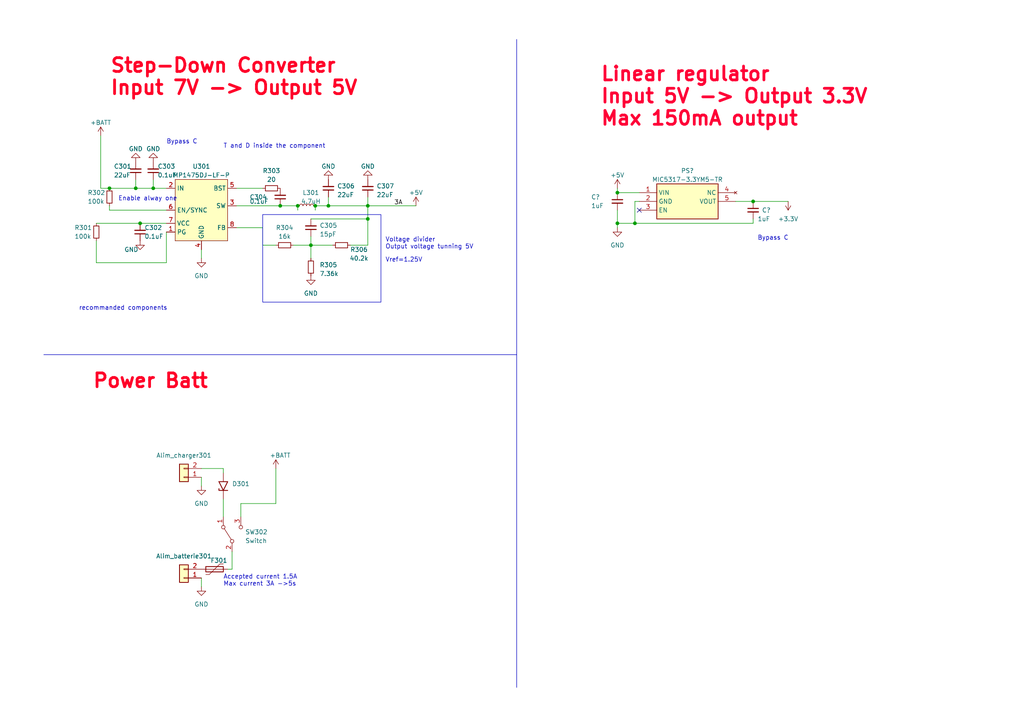
<source format=kicad_sch>
(kicad_sch (version 20230121) (generator eeschema)

  (uuid 79237d88-dc32-4501-8de9-db8429ff0930)

  (paper "A4")

  (title_block
    (title "Carte éléctronique Ludzinator")
    (date "2023-09-19")
    (rev "GILLES Baptiste")
  )

  (lib_symbols
    (symbol "Connector_Generic:Conn_01x02" (pin_names (offset 1.016) hide) (in_bom yes) (on_board yes)
      (property "Reference" "J" (at 0 2.54 0)
        (effects (font (size 1.27 1.27)))
      )
      (property "Value" "Conn_01x02" (at 0 -5.08 0)
        (effects (font (size 1.27 1.27)))
      )
      (property "Footprint" "" (at 0 0 0)
        (effects (font (size 1.27 1.27)) hide)
      )
      (property "Datasheet" "~" (at 0 0 0)
        (effects (font (size 1.27 1.27)) hide)
      )
      (property "ki_keywords" "connector" (at 0 0 0)
        (effects (font (size 1.27 1.27)) hide)
      )
      (property "ki_description" "Generic connector, single row, 01x02, script generated (kicad-library-utils/schlib/autogen/connector/)" (at 0 0 0)
        (effects (font (size 1.27 1.27)) hide)
      )
      (property "ki_fp_filters" "Connector*:*_1x??_*" (at 0 0 0)
        (effects (font (size 1.27 1.27)) hide)
      )
      (symbol "Conn_01x02_1_1"
        (rectangle (start -1.27 -2.413) (end 0 -2.667)
          (stroke (width 0.1524) (type default))
          (fill (type none))
        )
        (rectangle (start -1.27 0.127) (end 0 -0.127)
          (stroke (width 0.1524) (type default))
          (fill (type none))
        )
        (rectangle (start -1.27 1.27) (end 1.27 -3.81)
          (stroke (width 0.254) (type default))
          (fill (type background))
        )
        (pin passive line (at -5.08 0 0) (length 3.81)
          (name "Pin_1" (effects (font (size 1.27 1.27))))
          (number "1" (effects (font (size 1.27 1.27))))
        )
        (pin passive line (at -5.08 -2.54 0) (length 3.81)
          (name "Pin_2" (effects (font (size 1.27 1.27))))
          (number "2" (effects (font (size 1.27 1.27))))
        )
      )
    )
    (symbol "Device:C_Small" (pin_numbers hide) (pin_names (offset 0.254) hide) (in_bom yes) (on_board yes)
      (property "Reference" "C" (at 0.254 1.778 0)
        (effects (font (size 1.27 1.27)) (justify left))
      )
      (property "Value" "C_Small" (at 0.254 -2.032 0)
        (effects (font (size 1.27 1.27)) (justify left))
      )
      (property "Footprint" "" (at 0 0 0)
        (effects (font (size 1.27 1.27)) hide)
      )
      (property "Datasheet" "~" (at 0 0 0)
        (effects (font (size 1.27 1.27)) hide)
      )
      (property "ki_keywords" "capacitor cap" (at 0 0 0)
        (effects (font (size 1.27 1.27)) hide)
      )
      (property "ki_description" "Unpolarized capacitor, small symbol" (at 0 0 0)
        (effects (font (size 1.27 1.27)) hide)
      )
      (property "ki_fp_filters" "C_*" (at 0 0 0)
        (effects (font (size 1.27 1.27)) hide)
      )
      (symbol "C_Small_0_1"
        (polyline
          (pts
            (xy -1.524 -0.508)
            (xy 1.524 -0.508)
          )
          (stroke (width 0.3302) (type default))
          (fill (type none))
        )
        (polyline
          (pts
            (xy -1.524 0.508)
            (xy 1.524 0.508)
          )
          (stroke (width 0.3048) (type default))
          (fill (type none))
        )
      )
      (symbol "C_Small_1_1"
        (pin passive line (at 0 2.54 270) (length 2.032)
          (name "~" (effects (font (size 1.27 1.27))))
          (number "1" (effects (font (size 1.27 1.27))))
        )
        (pin passive line (at 0 -2.54 90) (length 2.032)
          (name "~" (effects (font (size 1.27 1.27))))
          (number "2" (effects (font (size 1.27 1.27))))
        )
      )
    )
    (symbol "Device:L_Small" (pin_numbers hide) (pin_names (offset 0.254) hide) (in_bom yes) (on_board yes)
      (property "Reference" "L" (at 0.762 1.016 0)
        (effects (font (size 1.27 1.27)) (justify left))
      )
      (property "Value" "L_Small" (at 0.762 -1.016 0)
        (effects (font (size 1.27 1.27)) (justify left))
      )
      (property "Footprint" "" (at 0 0 0)
        (effects (font (size 1.27 1.27)) hide)
      )
      (property "Datasheet" "~" (at 0 0 0)
        (effects (font (size 1.27 1.27)) hide)
      )
      (property "ki_keywords" "inductor choke coil reactor magnetic" (at 0 0 0)
        (effects (font (size 1.27 1.27)) hide)
      )
      (property "ki_description" "Inductor, small symbol" (at 0 0 0)
        (effects (font (size 1.27 1.27)) hide)
      )
      (property "ki_fp_filters" "Choke_* *Coil* Inductor_* L_*" (at 0 0 0)
        (effects (font (size 1.27 1.27)) hide)
      )
      (symbol "L_Small_0_1"
        (arc (start 0 -2.032) (mid 0.5058 -1.524) (end 0 -1.016)
          (stroke (width 0) (type default))
          (fill (type none))
        )
        (arc (start 0 -1.016) (mid 0.5058 -0.508) (end 0 0)
          (stroke (width 0) (type default))
          (fill (type none))
        )
        (arc (start 0 0) (mid 0.5058 0.508) (end 0 1.016)
          (stroke (width 0) (type default))
          (fill (type none))
        )
        (arc (start 0 1.016) (mid 0.5058 1.524) (end 0 2.032)
          (stroke (width 0) (type default))
          (fill (type none))
        )
      )
      (symbol "L_Small_1_1"
        (pin passive line (at 0 2.54 270) (length 0.508)
          (name "~" (effects (font (size 1.27 1.27))))
          (number "1" (effects (font (size 1.27 1.27))))
        )
        (pin passive line (at 0 -2.54 90) (length 0.508)
          (name "~" (effects (font (size 1.27 1.27))))
          (number "2" (effects (font (size 1.27 1.27))))
        )
      )
    )
    (symbol "Device:Polyfuse" (pin_numbers hide) (pin_names (offset 0)) (in_bom yes) (on_board yes)
      (property "Reference" "F" (at -2.54 0 90)
        (effects (font (size 1.27 1.27)))
      )
      (property "Value" "Polyfuse" (at 2.54 0 90)
        (effects (font (size 1.27 1.27)))
      )
      (property "Footprint" "" (at 1.27 -5.08 0)
        (effects (font (size 1.27 1.27)) (justify left) hide)
      )
      (property "Datasheet" "~" (at 0 0 0)
        (effects (font (size 1.27 1.27)) hide)
      )
      (property "ki_keywords" "resettable fuse PTC PPTC polyfuse polyswitch" (at 0 0 0)
        (effects (font (size 1.27 1.27)) hide)
      )
      (property "ki_description" "Resettable fuse, polymeric positive temperature coefficient" (at 0 0 0)
        (effects (font (size 1.27 1.27)) hide)
      )
      (property "ki_fp_filters" "*polyfuse* *PTC*" (at 0 0 0)
        (effects (font (size 1.27 1.27)) hide)
      )
      (symbol "Polyfuse_0_1"
        (rectangle (start -0.762 2.54) (end 0.762 -2.54)
          (stroke (width 0.254) (type default))
          (fill (type none))
        )
        (polyline
          (pts
            (xy 0 2.54)
            (xy 0 -2.54)
          )
          (stroke (width 0) (type default))
          (fill (type none))
        )
        (polyline
          (pts
            (xy -1.524 2.54)
            (xy -1.524 1.524)
            (xy 1.524 -1.524)
            (xy 1.524 -2.54)
          )
          (stroke (width 0) (type default))
          (fill (type none))
        )
      )
      (symbol "Polyfuse_1_1"
        (pin passive line (at 0 3.81 270) (length 1.27)
          (name "~" (effects (font (size 1.27 1.27))))
          (number "1" (effects (font (size 1.27 1.27))))
        )
        (pin passive line (at 0 -3.81 90) (length 1.27)
          (name "~" (effects (font (size 1.27 1.27))))
          (number "2" (effects (font (size 1.27 1.27))))
        )
      )
    )
    (symbol "Device:R_Small" (pin_numbers hide) (pin_names (offset 0.254) hide) (in_bom yes) (on_board yes)
      (property "Reference" "R" (at 0.762 0.508 0)
        (effects (font (size 1.27 1.27)) (justify left))
      )
      (property "Value" "R_Small" (at 0.762 -1.016 0)
        (effects (font (size 1.27 1.27)) (justify left))
      )
      (property "Footprint" "" (at 0 0 0)
        (effects (font (size 1.27 1.27)) hide)
      )
      (property "Datasheet" "~" (at 0 0 0)
        (effects (font (size 1.27 1.27)) hide)
      )
      (property "ki_keywords" "R resistor" (at 0 0 0)
        (effects (font (size 1.27 1.27)) hide)
      )
      (property "ki_description" "Resistor, small symbol" (at 0 0 0)
        (effects (font (size 1.27 1.27)) hide)
      )
      (property "ki_fp_filters" "R_*" (at 0 0 0)
        (effects (font (size 1.27 1.27)) hide)
      )
      (symbol "R_Small_0_1"
        (rectangle (start -0.762 1.778) (end 0.762 -1.778)
          (stroke (width 0.2032) (type default))
          (fill (type none))
        )
      )
      (symbol "R_Small_1_1"
        (pin passive line (at 0 2.54 270) (length 0.762)
          (name "~" (effects (font (size 1.27 1.27))))
          (number "1" (effects (font (size 1.27 1.27))))
        )
        (pin passive line (at 0 -2.54 90) (length 0.762)
          (name "~" (effects (font (size 1.27 1.27))))
          (number "2" (effects (font (size 1.27 1.27))))
        )
      )
    )
    (symbol "Diode:1.5KExxA" (pin_numbers hide) (pin_names (offset 1.016) hide) (in_bom yes) (on_board yes)
      (property "Reference" "D" (at 0 2.54 0)
        (effects (font (size 1.27 1.27)))
      )
      (property "Value" "1.5KExxA" (at 0 -2.54 0)
        (effects (font (size 1.27 1.27)))
      )
      (property "Footprint" "Diode_THT:D_DO-201AE_P15.24mm_Horizontal" (at 0 -5.08 0)
        (effects (font (size 1.27 1.27)) hide)
      )
      (property "Datasheet" "https://www.vishay.com/docs/88301/15ke.pdf" (at -1.27 0 0)
        (effects (font (size 1.27 1.27)) hide)
      )
      (property "ki_keywords" "diode TVS voltage suppressor" (at 0 0 0)
        (effects (font (size 1.27 1.27)) hide)
      )
      (property "ki_description" "1500W unidirectional TRANSZORB® Transient Voltage Suppressor, DO-201AE" (at 0 0 0)
        (effects (font (size 1.27 1.27)) hide)
      )
      (property "ki_fp_filters" "D?DO?201AE*" (at 0 0 0)
        (effects (font (size 1.27 1.27)) hide)
      )
      (symbol "1.5KExxA_0_1"
        (polyline
          (pts
            (xy -0.762 1.27)
            (xy -1.27 1.27)
            (xy -1.27 -1.27)
          )
          (stroke (width 0.254) (type default))
          (fill (type none))
        )
        (polyline
          (pts
            (xy 1.27 1.27)
            (xy 1.27 -1.27)
            (xy -1.27 0)
            (xy 1.27 1.27)
          )
          (stroke (width 0.254) (type default))
          (fill (type none))
        )
      )
      (symbol "1.5KExxA_1_1"
        (pin passive line (at -3.81 0 0) (length 2.54)
          (name "A1" (effects (font (size 1.27 1.27))))
          (number "1" (effects (font (size 1.27 1.27))))
        )
        (pin passive line (at 3.81 0 180) (length 2.54)
          (name "A2" (effects (font (size 1.27 1.27))))
          (number "2" (effects (font (size 1.27 1.27))))
        )
      )
    )
    (symbol "Ludzlib:MIC5317-3.3YM5-TR" (in_bom yes) (on_board yes)
      (property "Reference" "PS" (at 24.13 7.62 0)
        (effects (font (size 1.27 1.27)) (justify left top))
      )
      (property "Value" "MIC5317-3.3YM5-TR" (at 24.13 5.08 0)
        (effects (font (size 1.27 1.27)) (justify left top))
      )
      (property "Footprint" "SOT95P280X145-5N" (at 24.13 -94.92 0)
        (effects (font (size 1.27 1.27)) (justify left top) hide)
      )
      (property "Datasheet" "http://ww1.microchip.com/downloads/en/devicedoc/mic5317.pdf" (at 24.13 -194.92 0)
        (effects (font (size 1.27 1.27)) (justify left top) hide)
      )
      (property "Height" "1.45" (at 24.13 -394.92 0)
        (effects (font (size 1.27 1.27)) (justify left top) hide)
      )
      (property "Mouser Part Number" "998-MIC5317-3.3YM5TR" (at 24.13 -494.92 0)
        (effects (font (size 1.27 1.27)) (justify left top) hide)
      )
      (property "Mouser Price/Stock" "https://www.mouser.co.uk/ProductDetail/Microchip-Technology/MIC5317-3.3YM5-TR?qs=U6T8BxXiZAUR0BSg3XdMLw%3D%3D" (at 24.13 -594.92 0)
        (effects (font (size 1.27 1.27)) (justify left top) hide)
      )
      (property "Manufacturer_Name" "Microchip" (at 24.13 -694.92 0)
        (effects (font (size 1.27 1.27)) (justify left top) hide)
      )
      (property "Manufacturer_Part_Number" "MIC5317-3.3YM5-TR" (at 24.13 -794.92 0)
        (effects (font (size 1.27 1.27)) (justify left top) hide)
      )
      (property "ki_description" "MICROCHIP - MIC5317-3.3YM5-TR - LDO, FIXED, 3.3V, 0.15A, -40 TO 125DEG C" (at 0 0 0)
        (effects (font (size 1.27 1.27)) hide)
      )
      (symbol "MIC5317-3.3YM5-TR_1_1"
        (rectangle (start 5.08 2.54) (end 22.86 -7.62)
          (stroke (width 0.254) (type default))
          (fill (type background))
        )
        (pin passive line (at 0 0 0) (length 5.08)
          (name "VIN" (effects (font (size 1.27 1.27))))
          (number "1" (effects (font (size 1.27 1.27))))
        )
        (pin passive line (at 0 -2.54 0) (length 5.08)
          (name "GND" (effects (font (size 1.27 1.27))))
          (number "2" (effects (font (size 1.27 1.27))))
        )
        (pin passive line (at 0 -5.08 0) (length 5.08)
          (name "EN" (effects (font (size 1.27 1.27))))
          (number "3" (effects (font (size 1.27 1.27))))
        )
        (pin no_connect line (at 27.94 0 180) (length 5.08)
          (name "NC" (effects (font (size 1.27 1.27))))
          (number "4" (effects (font (size 1.27 1.27))))
        )
        (pin passive line (at 27.94 -2.54 180) (length 5.08)
          (name "VOUT" (effects (font (size 1.27 1.27))))
          (number "5" (effects (font (size 1.27 1.27))))
        )
      )
    )
    (symbol "Ludzlib:MP1475" (in_bom yes) (on_board yes)
      (property "Reference" "U" (at 5.08 3.81 0)
        (effects (font (size 1.27 1.27)))
      )
      (property "Value" "MP1475DJ-LF-P" (at 12.7 1.27 0)
        (effects (font (size 1.27 1.27)))
      )
      (property "Footprint" "" (at 0 0 0)
        (effects (font (size 1.27 1.27)) hide)
      )
      (property "Datasheet" "" (at 0 0 0)
        (effects (font (size 1.27 1.27)) hide)
      )
      (symbol "MP1475_0_1"
        (rectangle (start -1.27 0) (end 13.97 -17.78)
          (stroke (width 0) (type default))
          (fill (type background))
        )
      )
      (symbol "MP1475_1_1"
        (pin bidirectional line (at -3.81 -15.24 0) (length 2.54)
          (name "PG" (effects (font (size 1.27 1.27))))
          (number "1" (effects (font (size 1.27 1.27))))
        )
        (pin power_in line (at -3.81 -2.54 0) (length 2.54)
          (name "IN" (effects (font (size 1.27 1.27))))
          (number "2" (effects (font (size 1.27 1.27))))
        )
        (pin bidirectional line (at 16.51 -7.62 180) (length 2.54)
          (name "SW" (effects (font (size 1.27 1.27))))
          (number "3" (effects (font (size 1.27 1.27))))
        )
        (pin bidirectional line (at 6.35 -20.32 90) (length 2.54)
          (name "GND" (effects (font (size 1.27 1.27))))
          (number "4" (effects (font (size 1.27 1.27))))
        )
        (pin bidirectional line (at 16.51 -2.54 180) (length 2.54)
          (name "BST" (effects (font (size 1.27 1.27))))
          (number "5" (effects (font (size 1.27 1.27))))
        )
        (pin bidirectional line (at -3.81 -8.89 0) (length 2.54)
          (name "EN/SYNC" (effects (font (size 1.27 1.27))))
          (number "6" (effects (font (size 1.27 1.27))))
        )
        (pin bidirectional line (at -3.81 -12.7 0) (length 2.54)
          (name "VCC" (effects (font (size 1.27 1.27))))
          (number "7" (effects (font (size 1.27 1.27))))
        )
        (pin bidirectional line (at 16.51 -13.97 180) (length 2.54)
          (name "FB" (effects (font (size 1.27 1.27))))
          (number "8" (effects (font (size 1.27 1.27))))
        )
      )
    )
    (symbol "Switch:SW_SPDT" (pin_names (offset 0) hide) (in_bom yes) (on_board yes)
      (property "Reference" "SW" (at 0 4.318 0)
        (effects (font (size 1.27 1.27)))
      )
      (property "Value" "SW_SPDT" (at 0 -5.08 0)
        (effects (font (size 1.27 1.27)))
      )
      (property "Footprint" "" (at 0 0 0)
        (effects (font (size 1.27 1.27)) hide)
      )
      (property "Datasheet" "~" (at 0 0 0)
        (effects (font (size 1.27 1.27)) hide)
      )
      (property "ki_keywords" "switch single-pole double-throw spdt ON-ON" (at 0 0 0)
        (effects (font (size 1.27 1.27)) hide)
      )
      (property "ki_description" "Switch, single pole double throw" (at 0 0 0)
        (effects (font (size 1.27 1.27)) hide)
      )
      (symbol "SW_SPDT_0_0"
        (circle (center -2.032 0) (radius 0.508)
          (stroke (width 0) (type default))
          (fill (type none))
        )
        (circle (center 2.032 -2.54) (radius 0.508)
          (stroke (width 0) (type default))
          (fill (type none))
        )
      )
      (symbol "SW_SPDT_0_1"
        (polyline
          (pts
            (xy -1.524 0.254)
            (xy 1.651 2.286)
          )
          (stroke (width 0) (type default))
          (fill (type none))
        )
        (circle (center 2.032 2.54) (radius 0.508)
          (stroke (width 0) (type default))
          (fill (type none))
        )
      )
      (symbol "SW_SPDT_1_1"
        (pin passive line (at 5.08 2.54 180) (length 2.54)
          (name "A" (effects (font (size 1.27 1.27))))
          (number "1" (effects (font (size 1.27 1.27))))
        )
        (pin passive line (at -5.08 0 0) (length 2.54)
          (name "B" (effects (font (size 1.27 1.27))))
          (number "2" (effects (font (size 1.27 1.27))))
        )
        (pin passive line (at 5.08 -2.54 180) (length 2.54)
          (name "C" (effects (font (size 1.27 1.27))))
          (number "3" (effects (font (size 1.27 1.27))))
        )
      )
    )
    (symbol "power:+3.3V" (power) (pin_names (offset 0)) (in_bom yes) (on_board yes)
      (property "Reference" "#PWR" (at 0 -3.81 0)
        (effects (font (size 1.27 1.27)) hide)
      )
      (property "Value" "+3.3V" (at 0 3.556 0)
        (effects (font (size 1.27 1.27)))
      )
      (property "Footprint" "" (at 0 0 0)
        (effects (font (size 1.27 1.27)) hide)
      )
      (property "Datasheet" "" (at 0 0 0)
        (effects (font (size 1.27 1.27)) hide)
      )
      (property "ki_keywords" "global power" (at 0 0 0)
        (effects (font (size 1.27 1.27)) hide)
      )
      (property "ki_description" "Power symbol creates a global label with name \"+3.3V\"" (at 0 0 0)
        (effects (font (size 1.27 1.27)) hide)
      )
      (symbol "+3.3V_0_1"
        (polyline
          (pts
            (xy -0.762 1.27)
            (xy 0 2.54)
          )
          (stroke (width 0) (type default))
          (fill (type none))
        )
        (polyline
          (pts
            (xy 0 0)
            (xy 0 2.54)
          )
          (stroke (width 0) (type default))
          (fill (type none))
        )
        (polyline
          (pts
            (xy 0 2.54)
            (xy 0.762 1.27)
          )
          (stroke (width 0) (type default))
          (fill (type none))
        )
      )
      (symbol "+3.3V_1_1"
        (pin power_in line (at 0 0 90) (length 0) hide
          (name "+3.3V" (effects (font (size 1.27 1.27))))
          (number "1" (effects (font (size 1.27 1.27))))
        )
      )
    )
    (symbol "power:+5V" (power) (pin_names (offset 0)) (in_bom yes) (on_board yes)
      (property "Reference" "#PWR" (at 0 -3.81 0)
        (effects (font (size 1.27 1.27)) hide)
      )
      (property "Value" "+5V" (at 0 3.556 0)
        (effects (font (size 1.27 1.27)))
      )
      (property "Footprint" "" (at 0 0 0)
        (effects (font (size 1.27 1.27)) hide)
      )
      (property "Datasheet" "" (at 0 0 0)
        (effects (font (size 1.27 1.27)) hide)
      )
      (property "ki_keywords" "global power" (at 0 0 0)
        (effects (font (size 1.27 1.27)) hide)
      )
      (property "ki_description" "Power symbol creates a global label with name \"+5V\"" (at 0 0 0)
        (effects (font (size 1.27 1.27)) hide)
      )
      (symbol "+5V_0_1"
        (polyline
          (pts
            (xy -0.762 1.27)
            (xy 0 2.54)
          )
          (stroke (width 0) (type default))
          (fill (type none))
        )
        (polyline
          (pts
            (xy 0 0)
            (xy 0 2.54)
          )
          (stroke (width 0) (type default))
          (fill (type none))
        )
        (polyline
          (pts
            (xy 0 2.54)
            (xy 0.762 1.27)
          )
          (stroke (width 0) (type default))
          (fill (type none))
        )
      )
      (symbol "+5V_1_1"
        (pin power_in line (at 0 0 90) (length 0) hide
          (name "+5V" (effects (font (size 1.27 1.27))))
          (number "1" (effects (font (size 1.27 1.27))))
        )
      )
    )
    (symbol "power:+BATT" (power) (pin_names (offset 0)) (in_bom yes) (on_board yes)
      (property "Reference" "#PWR" (at 0 -3.81 0)
        (effects (font (size 1.27 1.27)) hide)
      )
      (property "Value" "+BATT" (at 0 3.556 0)
        (effects (font (size 1.27 1.27)))
      )
      (property "Footprint" "" (at 0 0 0)
        (effects (font (size 1.27 1.27)) hide)
      )
      (property "Datasheet" "" (at 0 0 0)
        (effects (font (size 1.27 1.27)) hide)
      )
      (property "ki_keywords" "global power battery" (at 0 0 0)
        (effects (font (size 1.27 1.27)) hide)
      )
      (property "ki_description" "Power symbol creates a global label with name \"+BATT\"" (at 0 0 0)
        (effects (font (size 1.27 1.27)) hide)
      )
      (symbol "+BATT_0_1"
        (polyline
          (pts
            (xy -0.762 1.27)
            (xy 0 2.54)
          )
          (stroke (width 0) (type default))
          (fill (type none))
        )
        (polyline
          (pts
            (xy 0 0)
            (xy 0 2.54)
          )
          (stroke (width 0) (type default))
          (fill (type none))
        )
        (polyline
          (pts
            (xy 0 2.54)
            (xy 0.762 1.27)
          )
          (stroke (width 0) (type default))
          (fill (type none))
        )
      )
      (symbol "+BATT_1_1"
        (pin power_in line (at 0 0 90) (length 0) hide
          (name "+BATT" (effects (font (size 1.27 1.27))))
          (number "1" (effects (font (size 1.27 1.27))))
        )
      )
    )
    (symbol "power:GND" (power) (pin_names (offset 0)) (in_bom yes) (on_board yes)
      (property "Reference" "#PWR" (at 0 -6.35 0)
        (effects (font (size 1.27 1.27)) hide)
      )
      (property "Value" "GND" (at 0 -3.81 0)
        (effects (font (size 1.27 1.27)))
      )
      (property "Footprint" "" (at 0 0 0)
        (effects (font (size 1.27 1.27)) hide)
      )
      (property "Datasheet" "" (at 0 0 0)
        (effects (font (size 1.27 1.27)) hide)
      )
      (property "ki_keywords" "global power" (at 0 0 0)
        (effects (font (size 1.27 1.27)) hide)
      )
      (property "ki_description" "Power symbol creates a global label with name \"GND\" , ground" (at 0 0 0)
        (effects (font (size 1.27 1.27)) hide)
      )
      (symbol "GND_0_1"
        (polyline
          (pts
            (xy 0 0)
            (xy 0 -1.27)
            (xy 1.27 -1.27)
            (xy 0 -2.54)
            (xy -1.27 -1.27)
            (xy 0 -1.27)
          )
          (stroke (width 0) (type default))
          (fill (type none))
        )
      )
      (symbol "GND_1_1"
        (pin power_in line (at 0 0 270) (length 0) hide
          (name "GND" (effects (font (size 1.27 1.27))))
          (number "1" (effects (font (size 1.27 1.27))))
        )
      )
    )
  )

  (junction (at 95.25 59.69) (diameter 0) (color 0 0 0 0)
    (uuid 056fde61-7cb9-48e4-86c8-912c44cdc8d6)
  )
  (junction (at 44.45 54.61) (diameter 0) (color 0 0 0 0)
    (uuid 06e6ebf3-3827-4cd7-8dd6-2f30c8908f56)
  )
  (junction (at 81.28 59.69) (diameter 0) (color 0 0 0 0)
    (uuid 1cff615a-3e43-4a11-8a9b-ec0d39cd94d6)
  )
  (junction (at 106.68 63.5) (diameter 0) (color 0 0 0 0)
    (uuid 22555b5e-8352-4e78-804b-f477a2ef501a)
  )
  (junction (at 39.37 54.61) (diameter 0) (color 0 0 0 0)
    (uuid 355a8da9-b0f1-44bc-8774-da4f530a9322)
  )
  (junction (at 179.07 55.88) (diameter 0) (color 0 0 0 0)
    (uuid 3ce37845-a596-43bb-bfdf-830dfc0e6b1f)
  )
  (junction (at 40.64 64.77) (diameter 0) (color 0 0 0 0)
    (uuid 48bab13b-d799-429d-9275-888dbcd91b2a)
  )
  (junction (at 31.75 54.61) (diameter 0) (color 0 0 0 0)
    (uuid 5cf41d97-eee6-4f84-83a1-98cadf4676fb)
  )
  (junction (at 179.07 64.77) (diameter 0) (color 0 0 0 0)
    (uuid 6265cf4a-6dcd-4a14-b8a5-5024ef8cd02f)
  )
  (junction (at 184.15 64.77) (diameter 0) (color 0 0 0 0)
    (uuid 8faafe9d-dcee-43c2-bc07-5262519579e9)
  )
  (junction (at 90.17 71.12) (diameter 0) (color 0 0 0 0)
    (uuid a2c88041-7e17-4f5b-bec6-9d166e7ec1e2)
  )
  (junction (at 86.36 59.69) (diameter 0) (color 0 0 0 0)
    (uuid be11943b-1e89-4679-8158-09ff94f05e01)
  )
  (junction (at 218.44 58.42) (diameter 0) (color 0 0 0 0)
    (uuid c556acf5-320e-413a-a0db-66c091488fc1)
  )
  (junction (at 91.44 59.69) (diameter 0) (color 0 0 0 0)
    (uuid c7afb2e5-ef9e-44e3-9118-ed5051b9238d)
  )
  (junction (at 106.68 59.69) (diameter 0) (color 0 0 0 0)
    (uuid f4a947a4-92e4-4496-9c0c-e508d1e69960)
  )

  (no_connect (at 185.42 60.96) (uuid 009782a7-537a-4828-9d66-9d6e989b71bc))

  (wire (pts (xy 218.44 63.5) (xy 218.44 64.77))
    (stroke (width 0) (type default))
    (uuid 02a2abaa-a736-4289-8a87-aa3d6524edc1)
  )
  (wire (pts (xy 90.17 63.5) (xy 106.68 63.5))
    (stroke (width 0) (type default))
    (uuid 066363f7-a2ff-454f-95ea-1b9e48535aee)
  )
  (wire (pts (xy 76.2 71.12) (xy 80.01 71.12))
    (stroke (width 0) (type default))
    (uuid 10034d32-8eed-462a-b6ac-c4b8095a00dd)
  )
  (wire (pts (xy 68.58 59.69) (xy 81.28 59.69))
    (stroke (width 0) (type default))
    (uuid 17afe190-594b-4046-a3a8-1e22debc8924)
  )
  (wire (pts (xy 81.28 59.69) (xy 86.36 59.69))
    (stroke (width 0) (type default))
    (uuid 17d063f4-6cd0-4d2c-a293-b8a91116eeeb)
  )
  (wire (pts (xy 40.64 64.77) (xy 48.26 64.77))
    (stroke (width 0) (type default))
    (uuid 17d0a323-e1c6-4d29-8fa3-90f8f9c8a689)
  )
  (wire (pts (xy 95.25 59.69) (xy 95.25 57.15))
    (stroke (width 0) (type default))
    (uuid 18261768-8d0d-40cd-9a47-a4ff39c9b4c8)
  )
  (wire (pts (xy 68.58 66.04) (xy 76.2 66.04))
    (stroke (width 0) (type default))
    (uuid 1b3157b1-49d2-4b1f-ae65-f1baede023d1)
  )
  (wire (pts (xy 179.07 60.96) (xy 179.07 64.77))
    (stroke (width 0) (type default))
    (uuid 1f440135-3a58-4796-a581-02ae4628019e)
  )
  (wire (pts (xy 90.17 71.12) (xy 90.17 74.93))
    (stroke (width 0) (type default))
    (uuid 23e189d3-c8c4-431c-9fe0-92396d338ea4)
  )
  (wire (pts (xy 95.25 59.69) (xy 91.44 59.69))
    (stroke (width 0) (type default))
    (uuid 2d904230-add2-4d0b-a4f4-3d766bc37ea4)
  )
  (wire (pts (xy 218.44 58.42) (xy 228.6 58.42))
    (stroke (width 0) (type default))
    (uuid 33de2e9d-a9e9-4d4e-b566-75dee8660653)
  )
  (wire (pts (xy 91.44 60.96) (xy 91.44 59.69))
    (stroke (width 0) (type default))
    (uuid 38643f48-6bac-4554-8bc2-31aca2917ea7)
  )
  (wire (pts (xy 179.07 64.77) (xy 179.07 66.04))
    (stroke (width 0) (type default))
    (uuid 42431173-fd56-45c9-adb6-e28023d33138)
  )
  (wire (pts (xy 106.68 71.12) (xy 106.68 63.5))
    (stroke (width 0) (type default))
    (uuid 43dd5122-e574-49e0-b015-bb79db800ff6)
  )
  (wire (pts (xy 179.07 54.61) (xy 179.07 55.88))
    (stroke (width 0) (type default))
    (uuid 46097774-71ca-4b31-902f-41d546bfaf06)
  )
  (wire (pts (xy 44.45 54.61) (xy 48.26 54.61))
    (stroke (width 0) (type default))
    (uuid 483a9806-70aa-4488-bc5d-3e10f3e91357)
  )
  (wire (pts (xy 27.94 69.85) (xy 27.94 76.2))
    (stroke (width 0) (type default))
    (uuid 48872bab-a2c8-4166-891e-3bd3644b506a)
  )
  (wire (pts (xy 185.42 55.88) (xy 179.07 55.88))
    (stroke (width 0) (type default))
    (uuid 54af4656-f26c-4933-b769-ba0a1de89bc9)
  )
  (wire (pts (xy 106.68 59.69) (xy 95.25 59.69))
    (stroke (width 0) (type default))
    (uuid 553e5439-d805-4818-a70a-7b2f8c5b9280)
  )
  (wire (pts (xy 101.6 71.12) (xy 106.68 71.12))
    (stroke (width 0) (type default))
    (uuid 58e690c6-8724-495a-84b9-71c07da0223e)
  )
  (wire (pts (xy 80.01 135.89) (xy 80.01 146.05))
    (stroke (width 0) (type default))
    (uuid 5afc8de7-9e3a-4ee5-a3d2-9d84f68e4a52)
  )
  (wire (pts (xy 39.37 52.07) (xy 39.37 54.61))
    (stroke (width 0) (type default))
    (uuid 5b10e71a-96d9-4437-99c7-c571b27ec558)
  )
  (wire (pts (xy 39.37 54.61) (xy 44.45 54.61))
    (stroke (width 0) (type default))
    (uuid 5ca4f9eb-cdc7-4071-8670-fb04a1ce5a66)
  )
  (wire (pts (xy 90.17 71.12) (xy 96.52 71.12))
    (stroke (width 0) (type default))
    (uuid 69ee1c04-487c-41c9-b545-96f4b591384f)
  )
  (wire (pts (xy 106.68 63.5) (xy 106.68 59.69))
    (stroke (width 0) (type default))
    (uuid 69fb2a2d-470f-44cc-9940-7f2fe3cacf5a)
  )
  (polyline (pts (xy 149.86 11.43) (xy 149.86 102.87))
    (stroke (width 0) (type default))
    (uuid 6aab082e-bb55-45b1-b7cf-3eec95bca265)
  )

  (wire (pts (xy 213.36 58.42) (xy 218.44 58.42))
    (stroke (width 0) (type default))
    (uuid 72edab94-0db2-48ac-9dd5-b372d1b77bb6)
  )
  (wire (pts (xy 64.77 149.86) (xy 64.77 144.78))
    (stroke (width 0) (type default))
    (uuid 75dca6d0-24e0-4ede-aaa0-918d77e3780b)
  )
  (wire (pts (xy 66.04 165.1) (xy 67.31 165.1))
    (stroke (width 0) (type default))
    (uuid 7eeffc2d-3c95-415e-86cc-a3dcbcb2cebc)
  )
  (wire (pts (xy 29.21 39.37) (xy 29.21 54.61))
    (stroke (width 0) (type default))
    (uuid 80d3bb26-35d1-4201-a2ac-221aa736cfcd)
  )
  (wire (pts (xy 44.45 52.07) (xy 44.45 54.61))
    (stroke (width 0) (type default))
    (uuid 84dde281-b373-4fa5-8d10-1e01f355a0f6)
  )
  (wire (pts (xy 58.42 138.43) (xy 58.42 140.97))
    (stroke (width 0) (type default))
    (uuid 90403511-8182-4413-a0b5-c55184593f48)
  )
  (wire (pts (xy 69.85 149.86) (xy 69.85 146.05))
    (stroke (width 0) (type default))
    (uuid 91fd94cd-f3cb-40b7-8a38-7bf8b6bf9cd7)
  )
  (wire (pts (xy 31.75 59.69) (xy 31.75 60.96))
    (stroke (width 0) (type default))
    (uuid 9597f427-199c-41f8-99a8-6ea789700eab)
  )
  (wire (pts (xy 31.75 60.96) (xy 48.26 60.96))
    (stroke (width 0) (type default))
    (uuid 9ee0632f-57d2-4155-a026-d8f1c40d6018)
  )
  (wire (pts (xy 27.94 64.77) (xy 40.64 64.77))
    (stroke (width 0) (type default))
    (uuid 9fa7e96d-5986-456e-813a-ae4dfea83048)
  )
  (wire (pts (xy 86.36 60.96) (xy 86.36 59.69))
    (stroke (width 0) (type default))
    (uuid 9fdf4998-f15f-468f-b32e-558cddde5098)
  )
  (wire (pts (xy 31.75 54.61) (xy 39.37 54.61))
    (stroke (width 0) (type default))
    (uuid a8c344b1-963c-4250-869c-1568cf3faf09)
  )
  (wire (pts (xy 184.15 58.42) (xy 184.15 64.77))
    (stroke (width 0) (type default))
    (uuid ae38edd6-7ed8-4745-ba51-827ddb55619b)
  )
  (polyline (pts (xy 149.86 102.87) (xy 149.86 199.39))
    (stroke (width 0) (type default))
    (uuid b42df981-fde3-4375-bed4-9398e4668c5d)
  )

  (wire (pts (xy 185.42 58.42) (xy 184.15 58.42))
    (stroke (width 0) (type default))
    (uuid b4a90cf6-cfbd-4ee9-aca4-701d1001aa69)
  )
  (wire (pts (xy 58.42 135.89) (xy 64.77 135.89))
    (stroke (width 0) (type default))
    (uuid ba8ba93b-20b8-4597-81c9-66409cb7e889)
  )
  (wire (pts (xy 85.09 71.12) (xy 90.17 71.12))
    (stroke (width 0) (type default))
    (uuid bb0234db-54cc-486a-842c-9fe01eecd8c2)
  )
  (wire (pts (xy 184.15 64.77) (xy 179.07 64.77))
    (stroke (width 0) (type default))
    (uuid c17e9650-e908-4d00-8bdf-65e13d8fa763)
  )
  (wire (pts (xy 27.94 76.2) (xy 48.26 76.2))
    (stroke (width 0) (type default))
    (uuid c2f199af-c21c-4793-b399-baecfed092dd)
  )
  (wire (pts (xy 184.15 64.77) (xy 218.44 64.77))
    (stroke (width 0) (type default))
    (uuid c54b0614-505c-4585-b2d4-b0f648faf0f2)
  )
  (wire (pts (xy 68.58 54.61) (xy 76.2 54.61))
    (stroke (width 0) (type default))
    (uuid c68ccf88-2615-4502-92b7-362512413afd)
  )
  (wire (pts (xy 76.2 66.04) (xy 76.2 71.12))
    (stroke (width 0) (type default))
    (uuid cb10650b-0be3-4af0-a375-8e027979c714)
  )
  (polyline (pts (xy 12.7 102.87) (xy 149.86 102.87))
    (stroke (width 0) (type default))
    (uuid d0a00348-cbf0-40e1-96b6-7c56c7931c5c)
  )

  (wire (pts (xy 69.85 146.05) (xy 80.01 146.05))
    (stroke (width 0) (type default))
    (uuid d8ab6d03-a026-4c93-af20-4a8179ea6200)
  )
  (wire (pts (xy 64.77 135.89) (xy 64.77 137.16))
    (stroke (width 0) (type default))
    (uuid dcb131da-8255-4341-9ca1-8af699612e7a)
  )
  (wire (pts (xy 90.17 68.58) (xy 90.17 71.12))
    (stroke (width 0) (type default))
    (uuid e1abcf53-8e6e-402c-b5d2-f6d9f4a996d7)
  )
  (wire (pts (xy 106.68 57.15) (xy 106.68 59.69))
    (stroke (width 0) (type default))
    (uuid e222a005-bbbf-47e1-8d7e-698bcfef08ce)
  )
  (wire (pts (xy 58.42 72.39) (xy 58.42 74.93))
    (stroke (width 0) (type default))
    (uuid e7f5e7e1-ba2c-413d-a2b4-c04ca4c07656)
  )
  (wire (pts (xy 106.68 59.69) (xy 120.65 59.69))
    (stroke (width 0) (type default))
    (uuid efe436e1-7bc4-4bbd-9237-5a525beb5191)
  )
  (wire (pts (xy 29.21 54.61) (xy 31.75 54.61))
    (stroke (width 0) (type default))
    (uuid f00a5c9a-9cab-444c-8880-73776b44e647)
  )
  (wire (pts (xy 67.31 160.02) (xy 67.31 165.1))
    (stroke (width 0) (type default))
    (uuid f3b5f151-c459-4fc9-ad3e-8447d5e47cd3)
  )
  (wire (pts (xy 48.26 67.31) (xy 48.26 76.2))
    (stroke (width 0) (type default))
    (uuid f598b922-d4d9-48dc-b4aa-86766fb32fd0)
  )
  (wire (pts (xy 58.42 167.64) (xy 58.42 170.18))
    (stroke (width 0) (type default))
    (uuid f9040eaa-253e-4565-8b76-942de3311ff3)
  )

  (rectangle (start 76.2 62.23) (end 110.49 87.63)
    (stroke (width 0) (type default))
    (fill (type none))
    (uuid a16b505a-73c7-46df-afed-e659c9912702)
  )

  (text "Voltage divider\nOutput voltage tunning 5V" (at 111.76 72.39 0)
    (effects (font (size 1.27 1.27)) (justify left bottom))
    (uuid 08a1fed0-19a2-45ab-8ec4-3227e7092daa)
  )
  (text "recommanded components" (at 22.86 90.17 0)
    (effects (font (size 1.27 1.27)) (justify left bottom))
    (uuid 42d65582-d1b5-40b8-bdec-fdcf1cc4527e)
  )
  (text "Step-Down Converter\nInput 7V -> Output 5V" (at 31.75 27.94 0)
    (effects (font (size 4 4) (thickness 0.8) bold (color 255 0 34 1)) (justify left bottom))
    (uuid 57dc2bca-c729-4b0c-98cc-cdca2e551117)
  )
  (text "Vref=1.25V" (at 111.76 76.2 0)
    (effects (font (size 1.27 1.27)) (justify left bottom))
    (uuid 5d191bca-1c78-49ff-a5e3-b32a120cddda)
  )
  (text "T and D inside the component" (at 64.77 43.18 0)
    (effects (font (size 1.27 1.27)) (justify left bottom))
    (uuid 5ec1cd5a-0a42-4529-9044-08b0bf592324)
  )
  (text "Bypass C" (at 219.71 69.85 0)
    (effects (font (size 1.27 1.27)) (justify left bottom))
    (uuid b00b44de-7098-41a8-af34-b34c7de6ac74)
  )
  (text "Power Batt\n\n" (at 26.67 119.38 0)
    (effects (font (size 4 4) (thickness 0.8) bold (color 255 0 34 1)) (justify left bottom))
    (uuid b208fe41-6b1d-4525-bac0-c08736de3a2c)
  )
  (text "Bypass C" (at 48.26 41.91 0)
    (effects (font (size 1.27 1.27)) (justify left bottom))
    (uuid c46e34b7-82b7-4cc8-8214-2d404041f05b)
  )
  (text "Linear regulator\nInput 5V -> Output 3.3V\nMax 150mA output\n"
    (at 173.99 36.83 0)
    (effects (font (size 4 4) bold (color 255 0 48 1)) (justify left bottom))
    (uuid d808cce0-8b85-4b3c-a6b8-01dd8eafdb72)
  )
  (text "Accepted current 1.5A \nMax current 3A ->5s" (at 64.77 170.18 0)
    (effects (font (size 1.27 1.27)) (justify left bottom))
    (uuid e9526f5f-98f9-406a-9620-22f6744cf58c)
  )
  (text "Enable alway one" (at 34.29 58.42 0)
    (effects (font (size 1.27 1.27)) (justify left bottom))
    (uuid f931aa2e-ca55-4116-b406-b5421df07a6d)
  )

  (label "3A" (at 114.3 59.69 0) (fields_autoplaced)
    (effects (font (size 1.27 1.27)) (justify left bottom))
    (uuid a927bf3f-061c-4ed0-a20d-7aa8713d1cd2)
  )

  (symbol (lib_id "power:GND") (at 58.42 170.18 0) (unit 1)
    (in_bom yes) (on_board yes) (dnp no) (fields_autoplaced)
    (uuid 06dc8a45-57a7-45c0-9e36-76a8f4830ec1)
    (property "Reference" "#PWR0307" (at 58.42 176.53 0)
      (effects (font (size 1.27 1.27)) hide)
    )
    (property "Value" "GND" (at 58.42 175.26 0)
      (effects (font (size 1.27 1.27)))
    )
    (property "Footprint" "" (at 58.42 170.18 0)
      (effects (font (size 1.27 1.27)) hide)
    )
    (property "Datasheet" "" (at 58.42 170.18 0)
      (effects (font (size 1.27 1.27)) hide)
    )
    (pin "1" (uuid 4edd2ad0-07f3-4d09-bf82-e15f6c9eb605))
    (instances
      (project "Kyttiludzinator"
        (path "/ae6948d5-1dc0-45d1-b607-44e44d4b2b44/a7615b68-eaec-40b2-84b5-a1a21f69b043"
          (reference "#PWR0307") (unit 1)
        )
      )
    )
  )

  (symbol (lib_id "Device:C_Small") (at 95.25 54.61 180) (unit 1)
    (in_bom yes) (on_board yes) (dnp no) (fields_autoplaced)
    (uuid 09e48191-3976-472f-8bd3-9e490b62c197)
    (property "Reference" "C306" (at 97.79 53.9686 0)
      (effects (font (size 1.27 1.27)) (justify right))
    )
    (property "Value" "22uF" (at 97.79 56.5086 0)
      (effects (font (size 1.27 1.27)) (justify right))
    )
    (property "Footprint" "Capacitor_SMD:C_0603_1608Metric_Pad1.08x0.95mm_HandSolder" (at 95.25 54.61 0)
      (effects (font (size 1.27 1.27)) hide)
    )
    (property "Datasheet" "~" (at 95.25 54.61 0)
      (effects (font (size 1.27 1.27)) hide)
    )
    (pin "1" (uuid 87ed5a67-a347-4d86-9b23-2087eecf8d21))
    (pin "2" (uuid d77e2565-acf3-47bb-bc44-58cc2b5df874))
    (instances
      (project "Kyttiludzinator"
        (path "/ae6948d5-1dc0-45d1-b607-44e44d4b2b44/a7615b68-eaec-40b2-84b5-a1a21f69b043"
          (reference "C306") (unit 1)
        )
      )
    )
  )

  (symbol (lib_id "power:GND") (at 106.68 52.07 180) (unit 1)
    (in_bom yes) (on_board yes) (dnp no) (fields_autoplaced)
    (uuid 0f02b862-3126-41be-8118-a50b08242e1a)
    (property "Reference" "#PWR0311" (at 106.68 45.72 0)
      (effects (font (size 1.27 1.27)) hide)
    )
    (property "Value" "GND" (at 106.68 48.26 0)
      (effects (font (size 1.27 1.27)))
    )
    (property "Footprint" "" (at 106.68 52.07 0)
      (effects (font (size 1.27 1.27)) hide)
    )
    (property "Datasheet" "" (at 106.68 52.07 0)
      (effects (font (size 1.27 1.27)) hide)
    )
    (pin "1" (uuid 749a40d9-963e-41aa-9e90-af84bc4683f5))
    (instances
      (project "Kyttiludzinator"
        (path "/ae6948d5-1dc0-45d1-b607-44e44d4b2b44/a7615b68-eaec-40b2-84b5-a1a21f69b043"
          (reference "#PWR0311") (unit 1)
        )
      )
    )
  )

  (symbol (lib_id "Device:Polyfuse") (at 62.23 165.1 90) (unit 1)
    (in_bom yes) (on_board yes) (dnp no)
    (uuid 0f53fcd9-2f0d-4907-a608-2d589629ddb4)
    (property "Reference" "F301" (at 63.5 162.56 90)
      (effects (font (size 1.27 1.27)))
    )
    (property "Value" "Polyfuse" (at 62.23 162.56 90)
      (effects (font (size 1.27 1.27)) hide)
    )
    (property "Footprint" "Fuse:Fuse_1206_3216Metric" (at 67.31 163.83 0)
      (effects (font (size 1.27 1.27)) (justify left) hide)
    )
    (property "Datasheet" "~https://www.mouser.fr/datasheet/2/54/bourns_01242019_MF-NSML-X_datasheet-1525501.pdf" (at 62.23 165.1 0)
      (effects (font (size 1.27 1.27)) hide)
    )
    (property "Height" "1206" (at 62.23 165.1 0)
      (effects (font (size 1.27 1.27)) hide)
    )
    (property "Manufacturer_Name" "Boums" (at 62.23 165.1 0)
      (effects (font (size 1.27 1.27)) hide)
    )
    (property "Mouser Part Number" " 652-MF-NSML150/12-2 " (at 62.23 165.1 0)
      (effects (font (size 1.27 1.27)) hide)
    )
    (property "Mouser Price/Stock" "https://www.mouser.fr/ProductDetail/Bourns/MF-NSML150-12-2?qs=u16ybLDytRbC4VJhanaq7A%3D%3D" (at 62.23 165.1 0)
      (effects (font (size 1.27 1.27)) hide)
    )
    (pin "1" (uuid ef9e8f3a-814c-4a72-8217-5c447b8f749b))
    (pin "2" (uuid 4b4b9bcd-f2e1-4547-80c9-f5ce2c54baa5))
    (instances
      (project "Kyttiludzinator"
        (path "/ae6948d5-1dc0-45d1-b607-44e44d4b2b44/a7615b68-eaec-40b2-84b5-a1a21f69b043"
          (reference "F301") (unit 1)
        )
      )
    )
  )

  (symbol (lib_id "Connector_Generic:Conn_01x02") (at 53.34 167.64 180) (unit 1)
    (in_bom yes) (on_board yes) (dnp no)
    (uuid 12a5c0e1-91a9-4bca-8dab-bbfff5ba39c7)
    (property "Reference" "Alim_batterie301" (at 53.34 161.29 0)
      (effects (font (size 1.27 1.27)))
    )
    (property "Value" "Conn_01x02" (at 53.34 162.56 0)
      (effects (font (size 1.27 1.27)) hide)
    )
    (property "Footprint" "Connector_JST:JST_XH_S2B-XH-A-1_1x02_P2.50mm_Horizontal" (at 53.34 167.64 0)
      (effects (font (size 1.27 1.27)) hide)
    )
    (property "Datasheet" "~" (at 53.34 167.64 0)
      (effects (font (size 1.27 1.27)) hide)
    )
    (pin "1" (uuid fe921a1b-a6b6-4fbe-9464-44955cc2c9ce))
    (pin "2" (uuid 99701223-7c54-407c-bbff-b981145992e6))
    (instances
      (project "Kyttiludzinator"
        (path "/ae6948d5-1dc0-45d1-b607-44e44d4b2b44/a7615b68-eaec-40b2-84b5-a1a21f69b043"
          (reference "Alim_batterie301") (unit 1)
        )
      )
    )
  )

  (symbol (lib_id "Device:C_Small") (at 179.07 58.42 0) (unit 1)
    (in_bom yes) (on_board yes) (dnp no)
    (uuid 2a85447c-0221-4b4d-a5c8-4f8a2aa15a3e)
    (property "Reference" "C?" (at 171.45 57.15 0)
      (effects (font (size 1.27 1.27)) (justify left))
    )
    (property "Value" "1uF" (at 171.45 59.69 0)
      (effects (font (size 1.27 1.27)) (justify left))
    )
    (property "Footprint" "Capacitor_SMD:C_0603_1608Metric_Pad1.08x0.95mm_HandSolder" (at 179.07 58.42 0)
      (effects (font (size 1.27 1.27)) hide)
    )
    (property "Datasheet" "~" (at 179.07 58.42 0)
      (effects (font (size 1.27 1.27)) hide)
    )
    (pin "1" (uuid 6092f716-bd33-4863-8850-1fd8ddbae476))
    (pin "2" (uuid 790fb2ba-6a58-4815-84f2-eb25809467d6))
    (instances
      (project "Kyttiludzinator"
        (path "/ae6948d5-1dc0-45d1-b607-44e44d4b2b44/71528f02-33a0-49c9-abcb-9007a031c95a"
          (reference "C?") (unit 1)
        )
        (path "/ae6948d5-1dc0-45d1-b607-44e44d4b2b44/a7615b68-eaec-40b2-84b5-a1a21f69b043"
          (reference "C308") (unit 1)
        )
      )
    )
  )

  (symbol (lib_id "power:GND") (at 58.42 140.97 0) (unit 1)
    (in_bom yes) (on_board yes) (dnp no) (fields_autoplaced)
    (uuid 2d2140b0-6035-4906-a211-0ab3ebe59cf0)
    (property "Reference" "#PWR0306" (at 58.42 147.32 0)
      (effects (font (size 1.27 1.27)) hide)
    )
    (property "Value" "GND" (at 58.42 146.05 0)
      (effects (font (size 1.27 1.27)))
    )
    (property "Footprint" "" (at 58.42 140.97 0)
      (effects (font (size 1.27 1.27)) hide)
    )
    (property "Datasheet" "" (at 58.42 140.97 0)
      (effects (font (size 1.27 1.27)) hide)
    )
    (pin "1" (uuid cefc5280-1c61-4f4f-9552-729f0df5d356))
    (instances
      (project "Kyttiludzinator"
        (path "/ae6948d5-1dc0-45d1-b607-44e44d4b2b44/a7615b68-eaec-40b2-84b5-a1a21f69b043"
          (reference "#PWR0306") (unit 1)
        )
      )
    )
  )

  (symbol (lib_id "Switch:SW_SPDT") (at 67.31 154.94 90) (unit 1)
    (in_bom yes) (on_board yes) (dnp no) (fields_autoplaced)
    (uuid 3611dd19-5426-468f-9177-e30423a74214)
    (property "Reference" "SW302" (at 71.12 154.305 90)
      (effects (font (size 1.27 1.27)) (justify right))
    )
    (property "Value" "Switch" (at 71.12 156.845 90)
      (effects (font (size 1.27 1.27)) (justify right))
    )
    (property "Footprint" "Library:Switch-3" (at 67.31 154.94 0)
      (effects (font (size 1.27 1.27)) hide)
    )
    (property "Datasheet" "https://www.we-online.com/en/components/products/WS-TOTV_635_CUT_OUT_VERT_OPERATION?sq=472123010111#472123010111" (at 67.31 154.94 0)
      (effects (font (size 1.27 1.27)) hide)
    )
    (property "Manufacturer_Name" "Wurth" (at 67.31 154.94 0)
      (effects (font (size 1.27 1.27)) hide)
    )
    (property "Manufacturer_Part_Number" "WS-TOTV Ø 6.35mm" (at 67.31 154.94 0)
      (effects (font (size 1.27 1.27)) hide)
    )
    (property "Mouser Part Number" "1333652" (at 67.31 154.94 0)
      (effects (font (size 1.27 1.27)) hide)
    )
    (pin "1" (uuid 6aac7c89-d8b2-4851-9fd1-95e644e6511c))
    (pin "2" (uuid e8de7cf1-c4a6-4226-b884-4729d564b2ba))
    (pin "3" (uuid f96eec77-c2c8-4b54-9eeb-a6e845c48474))
    (instances
      (project "Kyttiludzinator"
        (path "/ae6948d5-1dc0-45d1-b607-44e44d4b2b44/a7615b68-eaec-40b2-84b5-a1a21f69b043"
          (reference "SW302") (unit 1)
        )
      )
    )
  )

  (symbol (lib_id "Device:R_Small") (at 27.94 67.31 180) (unit 1)
    (in_bom yes) (on_board yes) (dnp no)
    (uuid 407837c5-efc6-4062-9048-cdf0198c4aca)
    (property "Reference" "R301" (at 21.59 66.04 0)
      (effects (font (size 1.27 1.27)) (justify right))
    )
    (property "Value" "100k" (at 21.59 68.58 0)
      (effects (font (size 1.27 1.27)) (justify right))
    )
    (property "Footprint" "Resistor_SMD:R_0603_1608Metric_Pad0.98x0.95mm_HandSolder" (at 27.94 67.31 0)
      (effects (font (size 1.27 1.27)) hide)
    )
    (property "Datasheet" "~" (at 27.94 67.31 0)
      (effects (font (size 1.27 1.27)) hide)
    )
    (property "Height" "0603" (at 27.94 67.31 0)
      (effects (font (size 1.27 1.27)) hide)
    )
    (pin "1" (uuid e599eafa-78da-4105-baf3-ac94f307cf8a))
    (pin "2" (uuid 1eecb32e-9fff-413d-b981-6332ab1b36f5))
    (instances
      (project "Kyttiludzinator"
        (path "/ae6948d5-1dc0-45d1-b607-44e44d4b2b44/a7615b68-eaec-40b2-84b5-a1a21f69b043"
          (reference "R301") (unit 1)
        )
      )
    )
  )

  (symbol (lib_id "power:+5V") (at 179.07 54.61 0) (unit 1)
    (in_bom yes) (on_board yes) (dnp no) (fields_autoplaced)
    (uuid 43c09e2e-9db8-40a0-b67b-a0bee89ad418)
    (property "Reference" "#PWR?" (at 179.07 58.42 0)
      (effects (font (size 1.27 1.27)) hide)
    )
    (property "Value" "+5V" (at 179.07 50.8 0)
      (effects (font (size 1.27 1.27)))
    )
    (property "Footprint" "" (at 179.07 54.61 0)
      (effects (font (size 1.27 1.27)) hide)
    )
    (property "Datasheet" "" (at 179.07 54.61 0)
      (effects (font (size 1.27 1.27)) hide)
    )
    (pin "1" (uuid faa6d91b-5ddc-4b0a-a02a-08a39f7cb1ed))
    (instances
      (project "Kyttiludzinator"
        (path "/ae6948d5-1dc0-45d1-b607-44e44d4b2b44/71528f02-33a0-49c9-abcb-9007a031c95a"
          (reference "#PWR?") (unit 1)
        )
        (path "/ae6948d5-1dc0-45d1-b607-44e44d4b2b44/a7615b68-eaec-40b2-84b5-a1a21f69b043"
          (reference "#PWR0313") (unit 1)
        )
      )
    )
  )

  (symbol (lib_id "power:GND") (at 44.45 46.99 180) (unit 1)
    (in_bom yes) (on_board yes) (dnp no) (fields_autoplaced)
    (uuid 440dfade-13aa-4bb3-939e-48a873cdb40e)
    (property "Reference" "#PWR0304" (at 44.45 40.64 0)
      (effects (font (size 1.27 1.27)) hide)
    )
    (property "Value" "GND" (at 44.45 43.18 0)
      (effects (font (size 1.27 1.27)))
    )
    (property "Footprint" "" (at 44.45 46.99 0)
      (effects (font (size 1.27 1.27)) hide)
    )
    (property "Datasheet" "" (at 44.45 46.99 0)
      (effects (font (size 1.27 1.27)) hide)
    )
    (pin "1" (uuid 61fe8e9e-6ab4-4c55-8281-6f14f87ae4c0))
    (instances
      (project "Kyttiludzinator"
        (path "/ae6948d5-1dc0-45d1-b607-44e44d4b2b44/a7615b68-eaec-40b2-84b5-a1a21f69b043"
          (reference "#PWR0304") (unit 1)
        )
      )
    )
  )

  (symbol (lib_id "power:+BATT") (at 80.01 135.89 0) (unit 1)
    (in_bom yes) (on_board yes) (dnp no)
    (uuid 45d07f9e-9c04-46ce-8336-8694c4613a07)
    (property "Reference" "#PWR?" (at 80.01 139.7 0)
      (effects (font (size 1.27 1.27)) hide)
    )
    (property "Value" "+BATT" (at 81.28 132.08 0)
      (effects (font (size 1.27 1.27)))
    )
    (property "Footprint" "" (at 80.01 135.89 0)
      (effects (font (size 1.27 1.27)) hide)
    )
    (property "Datasheet" "" (at 80.01 135.89 0)
      (effects (font (size 1.27 1.27)) hide)
    )
    (pin "1" (uuid 8aa96ed0-b424-4367-b898-b0eb6ae1ff2b))
    (instances
      (project "MoteurProjet"
        (path "/955f48a8-b6e3-44c8-aaca-9d5346c5324e"
          (reference "#PWR?") (unit 1)
        )
      )
      (project "Kyttiludzinator"
        (path "/ae6948d5-1dc0-45d1-b607-44e44d4b2b44/29ef3ad0-9a27-4625-86ca-e3237d209475"
          (reference "#PWR?") (unit 1)
        )
        (path "/ae6948d5-1dc0-45d1-b607-44e44d4b2b44/a7615b68-eaec-40b2-84b5-a1a21f69b043"
          (reference "#PWR0308") (unit 1)
        )
      )
    )
  )

  (symbol (lib_id "Device:C_Small") (at 39.37 49.53 180) (unit 1)
    (in_bom yes) (on_board yes) (dnp no)
    (uuid 46a258f4-7dd8-4543-9313-fd160d1334cb)
    (property "Reference" "C301" (at 33.02 48.26 0)
      (effects (font (size 1.27 1.27)) (justify right))
    )
    (property "Value" "22uF" (at 33.02 50.8 0)
      (effects (font (size 1.27 1.27)) (justify right))
    )
    (property "Footprint" "Capacitor_SMD:C_0603_1608Metric_Pad1.08x0.95mm_HandSolder" (at 39.37 49.53 0)
      (effects (font (size 1.27 1.27)) hide)
    )
    (property "Datasheet" "~" (at 39.37 49.53 0)
      (effects (font (size 1.27 1.27)) hide)
    )
    (pin "1" (uuid db6bbd85-b2b1-4d0e-9d5a-8dbb1d51bf74))
    (pin "2" (uuid f2b4f6a6-b726-428c-992a-58ca177b61e7))
    (instances
      (project "Kyttiludzinator"
        (path "/ae6948d5-1dc0-45d1-b607-44e44d4b2b44/a7615b68-eaec-40b2-84b5-a1a21f69b043"
          (reference "C301") (unit 1)
        )
      )
    )
  )

  (symbol (lib_id "Device:C_Small") (at 44.45 49.53 180) (unit 1)
    (in_bom yes) (on_board yes) (dnp no)
    (uuid 537e20f1-92b4-4d7e-87bd-d5697ee77ce3)
    (property "Reference" "C303" (at 45.72 48.26 0)
      (effects (font (size 1.27 1.27)) (justify right))
    )
    (property "Value" "0.1uF" (at 45.72 50.8 0)
      (effects (font (size 1.27 1.27)) (justify right))
    )
    (property "Footprint" "Capacitor_SMD:C_0603_1608Metric_Pad1.08x0.95mm_HandSolder" (at 44.45 49.53 0)
      (effects (font (size 1.27 1.27)) hide)
    )
    (property "Datasheet" "~" (at 44.45 49.53 0)
      (effects (font (size 1.27 1.27)) hide)
    )
    (pin "1" (uuid 0e70752f-165f-49fd-9557-6099dc21c8dc))
    (pin "2" (uuid 6a0a5831-1075-46b4-8bf3-514fb2c98644))
    (instances
      (project "Kyttiludzinator"
        (path "/ae6948d5-1dc0-45d1-b607-44e44d4b2b44/a7615b68-eaec-40b2-84b5-a1a21f69b043"
          (reference "C303") (unit 1)
        )
      )
    )
  )

  (symbol (lib_id "Ludzlib:MP1475") (at 52.07 52.07 0) (unit 1)
    (in_bom yes) (on_board yes) (dnp no) (fields_autoplaced)
    (uuid 5ce2c329-d5df-4393-b6e5-6230705573bf)
    (property "Reference" "U301" (at 58.42 48.26 0)
      (effects (font (size 1.27 1.27)))
    )
    (property "Value" "MP1475DJ-LF-P" (at 58.42 50.8 0)
      (effects (font (size 1.27 1.27)))
    )
    (property "Footprint" "Library:SOT65P280X100-8N" (at 52.07 52.07 0)
      (effects (font (size 1.27 1.27)) hide)
    )
    (property "Datasheet" "https://www.mouser.fr/datasheet/2/277/MP1475-2945395.pdf" (at 52.07 52.07 0)
      (effects (font (size 1.27 1.27)) hide)
    )
    (property "Manufacturer_Name" " Monolithic Power Systems (MPS)" (at 52.07 52.07 0)
      (effects (font (size 1.27 1.27)) hide)
    )
    (property "Manufacturer_Part_Number" "MP1475DJ" (at 52.07 52.07 0)
      (effects (font (size 1.27 1.27)) hide)
    )
    (property "Mouser Part Number" " 946-MP1475DJLFP " (at 52.07 52.07 0)
      (effects (font (size 1.27 1.27)) hide)
    )
    (property "Mouser Price/Stock" "https://www.mouser.fr/ProductDetail/Monolithic-Power-Systems-MPS/MP1475DJ-LF-P?qs=Iq7RKQRjpgoaxnjiXuhBAA%3D%3D" (at 52.07 52.07 0)
      (effects (font (size 1.27 1.27)) hide)
    )
    (pin "1" (uuid f1544611-1e68-4ace-a39f-1933cdbf1891))
    (pin "2" (uuid b59445ab-50c6-4684-ac47-3da39cc1b9ae))
    (pin "3" (uuid 0053fe29-a65e-47e5-851c-20f69fc085b3))
    (pin "4" (uuid 6479b8da-6348-4e94-a704-2f368e54200e))
    (pin "5" (uuid a48d20cd-050d-42ef-bd61-0ddc1a3c7021))
    (pin "6" (uuid ec86a8f1-a4fc-47e0-b3a5-ea56d396973e))
    (pin "7" (uuid 76e3fac7-0ee7-45b6-8b22-06826514b3f6))
    (pin "8" (uuid 7c0d88ce-8798-4839-bebd-56c401f25bea))
    (instances
      (project "Kyttiludzinator"
        (path "/ae6948d5-1dc0-45d1-b607-44e44d4b2b44/a7615b68-eaec-40b2-84b5-a1a21f69b043"
          (reference "U301") (unit 1)
        )
      )
    )
  )

  (symbol (lib_id "Connector_Generic:Conn_01x02") (at 53.34 138.43 180) (unit 1)
    (in_bom yes) (on_board yes) (dnp no)
    (uuid 5decd11b-f5e6-4663-b984-cd0a6134b2ed)
    (property "Reference" "Alim_charger301" (at 53.34 132.08 0)
      (effects (font (size 1.27 1.27)))
    )
    (property "Value" "Conn_01x02" (at 53.34 133.35 0)
      (effects (font (size 1.27 1.27)) hide)
    )
    (property "Footprint" "Connector_JST:JST_XH_S2B-XH-A-1_1x02_P2.50mm_Horizontal" (at 53.34 138.43 0)
      (effects (font (size 1.27 1.27)) hide)
    )
    (property "Datasheet" "~" (at 53.34 138.43 0)
      (effects (font (size 1.27 1.27)) hide)
    )
    (pin "1" (uuid fc964f02-c598-439d-8722-eb4385a50dab))
    (pin "2" (uuid f1987d89-3a1e-421b-8b7b-c2da1dcd69f6))
    (instances
      (project "Kyttiludzinator"
        (path "/ae6948d5-1dc0-45d1-b607-44e44d4b2b44/a7615b68-eaec-40b2-84b5-a1a21f69b043"
          (reference "Alim_charger301") (unit 1)
        )
      )
    )
  )

  (symbol (lib_id "Device:L_Small") (at 88.9 59.69 90) (unit 1)
    (in_bom yes) (on_board yes) (dnp no)
    (uuid 5e213fdb-9eb4-41dd-8a47-0b816b4c1ea2)
    (property "Reference" "L301" (at 90.17 55.88 90)
      (effects (font (size 1.27 1.27)))
    )
    (property "Value" "4.7uH" (at 90.17 58.42 90)
      (effects (font (size 1.27 1.27)))
    )
    (property "Footprint" "Library:INDPM4141X210N" (at 88.9 59.69 0)
      (effects (font (size 1.27 1.27)) hide)
    )
    (property "Datasheet" "https://www.we-online.com/components/products/datasheet/74438356047HT.pdf" (at 88.9 59.69 0)
      (effects (font (size 1.27 1.27)) hide)
    )
    (property "Manufacturer_Name" "Wurth" (at 88.9 59.69 0)
      (effects (font (size 1.27 1.27)) hide)
    )
    (property "Manufacturer_Part_Number" "74438356047HT " (at 88.9 59.69 0)
      (effects (font (size 1.27 1.27)) hide)
    )
    (property "Mouser Part Number" " 710-74438356047HT " (at 88.9 59.69 0)
      (effects (font (size 1.27 1.27)) hide)
    )
    (property "Mouser Price/Stock" "https://www.mouser.fr/ProductDetail/Wurth-Elektronik/74438356047HT?qs=YwPsRIUVAOcmekVUpNwTmA%3D%3D" (at 88.9 59.69 0)
      (effects (font (size 1.27 1.27)) hide)
    )
    (pin "1" (uuid ca1108b4-2e47-46e4-b9e3-c684f949ce67))
    (pin "2" (uuid d53dff9a-2ef5-4d96-9c91-4e794fbd3896))
    (instances
      (project "Kyttiludzinator"
        (path "/ae6948d5-1dc0-45d1-b607-44e44d4b2b44/a7615b68-eaec-40b2-84b5-a1a21f69b043"
          (reference "L301") (unit 1)
        )
      )
    )
  )

  (symbol (lib_id "Device:R_Small") (at 78.74 54.61 90) (unit 1)
    (in_bom yes) (on_board yes) (dnp no) (fields_autoplaced)
    (uuid 6b8c7ba1-a3db-4d4a-8ba2-adf9ae0ec23b)
    (property "Reference" "R303" (at 78.74 49.53 90)
      (effects (font (size 1.27 1.27)))
    )
    (property "Value" "20" (at 78.74 52.07 90)
      (effects (font (size 1.27 1.27)))
    )
    (property "Footprint" "Resistor_SMD:R_0805_2012Metric_Pad1.20x1.40mm_HandSolder" (at 78.74 54.61 0)
      (effects (font (size 1.27 1.27)) hide)
    )
    (property "Datasheet" "~" (at 78.74 54.61 0)
      (effects (font (size 1.27 1.27)) hide)
    )
    (property "Height" "0805" (at 78.74 54.61 0)
      (effects (font (size 1.27 1.27)) hide)
    )
    (pin "1" (uuid 2008746e-7c27-4f18-917a-4c36464e86e2))
    (pin "2" (uuid 9d58ade6-d10a-4bf2-9f49-8dcf23ea4ba9))
    (instances
      (project "Kyttiludzinator"
        (path "/ae6948d5-1dc0-45d1-b607-44e44d4b2b44/a7615b68-eaec-40b2-84b5-a1a21f69b043"
          (reference "R303") (unit 1)
        )
      )
    )
  )

  (symbol (lib_id "Device:R_Small") (at 31.75 57.15 180) (unit 1)
    (in_bom yes) (on_board yes) (dnp no)
    (uuid 75857b46-8435-4abf-aeee-b7381bf2a114)
    (property "Reference" "R302" (at 25.4 55.88 0)
      (effects (font (size 1.27 1.27)) (justify right))
    )
    (property "Value" "100k" (at 25.4 58.42 0)
      (effects (font (size 1.27 1.27)) (justify right))
    )
    (property "Footprint" "Resistor_SMD:R_0603_1608Metric_Pad0.98x0.95mm_HandSolder" (at 31.75 57.15 0)
      (effects (font (size 1.27 1.27)) hide)
    )
    (property "Datasheet" "~" (at 31.75 57.15 0)
      (effects (font (size 1.27 1.27)) hide)
    )
    (property "Height" "0603" (at 31.75 57.15 0)
      (effects (font (size 1.27 1.27)) hide)
    )
    (pin "1" (uuid 6fb8c4b0-84d4-4e90-b08b-d6780cd3406a))
    (pin "2" (uuid 8ce2d5e2-496b-494c-ac87-8a233ce2dbc5))
    (instances
      (project "Kyttiludzinator"
        (path "/ae6948d5-1dc0-45d1-b607-44e44d4b2b44/a7615b68-eaec-40b2-84b5-a1a21f69b043"
          (reference "R302") (unit 1)
        )
      )
    )
  )

  (symbol (lib_id "power:GND") (at 58.42 74.93 0) (unit 1)
    (in_bom yes) (on_board yes) (dnp no) (fields_autoplaced)
    (uuid 77632a6c-5837-43c2-a27f-0d36e1473d0d)
    (property "Reference" "#PWR0305" (at 58.42 81.28 0)
      (effects (font (size 1.27 1.27)) hide)
    )
    (property "Value" "GND" (at 58.42 80.01 0)
      (effects (font (size 1.27 1.27)))
    )
    (property "Footprint" "" (at 58.42 74.93 0)
      (effects (font (size 1.27 1.27)) hide)
    )
    (property "Datasheet" "" (at 58.42 74.93 0)
      (effects (font (size 1.27 1.27)) hide)
    )
    (pin "1" (uuid 556592c2-4b12-407d-b194-3d244c4101df))
    (instances
      (project "Kyttiludzinator"
        (path "/ae6948d5-1dc0-45d1-b607-44e44d4b2b44/a7615b68-eaec-40b2-84b5-a1a21f69b043"
          (reference "#PWR0305") (unit 1)
        )
      )
    )
  )

  (symbol (lib_id "Device:C_Small") (at 81.28 57.15 180) (unit 1)
    (in_bom yes) (on_board yes) (dnp no)
    (uuid 7a52e277-1c46-42fd-ac3d-1cefe397dd1d)
    (property "Reference" "C304" (at 72.39 57.15 0)
      (effects (font (size 1.27 1.27)) (justify right))
    )
    (property "Value" "0.1uF" (at 72.39 58.42 0)
      (effects (font (size 1.27 1.27)) (justify right))
    )
    (property "Footprint" "Capacitor_SMD:C_0603_1608Metric_Pad1.08x0.95mm_HandSolder" (at 81.28 57.15 0)
      (effects (font (size 1.27 1.27)) hide)
    )
    (property "Datasheet" "~" (at 81.28 57.15 0)
      (effects (font (size 1.27 1.27)) hide)
    )
    (pin "1" (uuid d1948e1c-ba63-4bf3-8280-c20a9afdfa59))
    (pin "2" (uuid a32d6d52-f456-4301-b777-70355bcb54f9))
    (instances
      (project "Kyttiludzinator"
        (path "/ae6948d5-1dc0-45d1-b607-44e44d4b2b44/a7615b68-eaec-40b2-84b5-a1a21f69b043"
          (reference "C304") (unit 1)
        )
      )
    )
  )

  (symbol (lib_id "power:GND") (at 40.64 69.85 0) (unit 1)
    (in_bom yes) (on_board yes) (dnp no)
    (uuid 7db6a12c-dcdd-4eb6-afb5-4c89d82a51d4)
    (property "Reference" "#PWR0303" (at 40.64 76.2 0)
      (effects (font (size 1.27 1.27)) hide)
    )
    (property "Value" "GND" (at 38.1 72.39 0)
      (effects (font (size 1.27 1.27)))
    )
    (property "Footprint" "" (at 40.64 69.85 0)
      (effects (font (size 1.27 1.27)) hide)
    )
    (property "Datasheet" "" (at 40.64 69.85 0)
      (effects (font (size 1.27 1.27)) hide)
    )
    (pin "1" (uuid ff55fa31-bb74-4e7b-b735-6f0339f6603d))
    (instances
      (project "Kyttiludzinator"
        (path "/ae6948d5-1dc0-45d1-b607-44e44d4b2b44/a7615b68-eaec-40b2-84b5-a1a21f69b043"
          (reference "#PWR0303") (unit 1)
        )
      )
    )
  )

  (symbol (lib_id "power:GND") (at 179.07 66.04 0) (unit 1)
    (in_bom yes) (on_board yes) (dnp no) (fields_autoplaced)
    (uuid 8785a7f5-e127-49bb-bd27-042023273ac7)
    (property "Reference" "#PWR?" (at 179.07 72.39 0)
      (effects (font (size 1.27 1.27)) hide)
    )
    (property "Value" "GND" (at 179.07 71.12 0)
      (effects (font (size 1.27 1.27)))
    )
    (property "Footprint" "" (at 179.07 66.04 0)
      (effects (font (size 1.27 1.27)) hide)
    )
    (property "Datasheet" "" (at 179.07 66.04 0)
      (effects (font (size 1.27 1.27)) hide)
    )
    (pin "1" (uuid 01aae4cd-4360-4995-acfa-09424b89d63b))
    (instances
      (project "Kyttiludzinator"
        (path "/ae6948d5-1dc0-45d1-b607-44e44d4b2b44/71528f02-33a0-49c9-abcb-9007a031c95a"
          (reference "#PWR?") (unit 1)
        )
        (path "/ae6948d5-1dc0-45d1-b607-44e44d4b2b44/a7615b68-eaec-40b2-84b5-a1a21f69b043"
          (reference "#PWR0314") (unit 1)
        )
      )
    )
  )

  (symbol (lib_id "Device:C_Small") (at 90.17 66.04 180) (unit 1)
    (in_bom yes) (on_board yes) (dnp no) (fields_autoplaced)
    (uuid 978afb94-bcb7-41b3-b0d2-397dd8e24fc2)
    (property "Reference" "C305" (at 92.71 65.3986 0)
      (effects (font (size 1.27 1.27)) (justify right))
    )
    (property "Value" "15pF" (at 92.71 67.9386 0)
      (effects (font (size 1.27 1.27)) (justify right))
    )
    (property "Footprint" "Capacitor_SMD:C_0603_1608Metric_Pad1.08x0.95mm_HandSolder" (at 90.17 66.04 0)
      (effects (font (size 1.27 1.27)) hide)
    )
    (property "Datasheet" "~" (at 90.17 66.04 0)
      (effects (font (size 1.27 1.27)) hide)
    )
    (pin "1" (uuid 8ca01130-7b10-49cf-91bc-21b57bd4ef04))
    (pin "2" (uuid 03140822-622a-421c-b7d2-c310ab9d79f4))
    (instances
      (project "Kyttiludzinator"
        (path "/ae6948d5-1dc0-45d1-b607-44e44d4b2b44/a7615b68-eaec-40b2-84b5-a1a21f69b043"
          (reference "C305") (unit 1)
        )
      )
    )
  )

  (symbol (lib_id "power:GND") (at 39.37 46.99 180) (unit 1)
    (in_bom yes) (on_board yes) (dnp no) (fields_autoplaced)
    (uuid a2fdebee-034d-49b2-90d5-a6959b84d7cf)
    (property "Reference" "#PWR0302" (at 39.37 40.64 0)
      (effects (font (size 1.27 1.27)) hide)
    )
    (property "Value" "GND" (at 39.37 43.18 0)
      (effects (font (size 1.27 1.27)))
    )
    (property "Footprint" "" (at 39.37 46.99 0)
      (effects (font (size 1.27 1.27)) hide)
    )
    (property "Datasheet" "" (at 39.37 46.99 0)
      (effects (font (size 1.27 1.27)) hide)
    )
    (pin "1" (uuid 76919642-b50f-4ca0-925f-a0ca2b06d7cf))
    (instances
      (project "Kyttiludzinator"
        (path "/ae6948d5-1dc0-45d1-b607-44e44d4b2b44/a7615b68-eaec-40b2-84b5-a1a21f69b043"
          (reference "#PWR0302") (unit 1)
        )
      )
    )
  )

  (symbol (lib_id "Device:C_Small") (at 218.44 60.96 0) (unit 1)
    (in_bom yes) (on_board yes) (dnp no)
    (uuid a3109b24-20c4-43fb-a6be-b44d0eb69272)
    (property "Reference" "C?" (at 220.98 60.96 0)
      (effects (font (size 1.27 1.27)) (justify left))
    )
    (property "Value" "1uF" (at 219.71 63.5 0)
      (effects (font (size 1.27 1.27)) (justify left))
    )
    (property "Footprint" "Capacitor_SMD:C_0603_1608Metric_Pad1.08x0.95mm_HandSolder" (at 218.44 60.96 0)
      (effects (font (size 1.27 1.27)) hide)
    )
    (property "Datasheet" "~" (at 218.44 60.96 0)
      (effects (font (size 1.27 1.27)) hide)
    )
    (pin "1" (uuid 33ceac99-c449-4344-91b7-97e701b0343a))
    (pin "2" (uuid 7082de02-7605-4ff1-9443-843ca9f90cec))
    (instances
      (project "Kyttiludzinator"
        (path "/ae6948d5-1dc0-45d1-b607-44e44d4b2b44/71528f02-33a0-49c9-abcb-9007a031c95a"
          (reference "C?") (unit 1)
        )
        (path "/ae6948d5-1dc0-45d1-b607-44e44d4b2b44/a7615b68-eaec-40b2-84b5-a1a21f69b043"
          (reference "C309") (unit 1)
        )
      )
    )
  )

  (symbol (lib_id "Device:C_Small") (at 106.68 54.61 180) (unit 1)
    (in_bom yes) (on_board yes) (dnp no) (fields_autoplaced)
    (uuid b4643999-d5f3-494e-a8ba-cedea6110fe3)
    (property "Reference" "C307" (at 109.22 53.9686 0)
      (effects (font (size 1.27 1.27)) (justify right))
    )
    (property "Value" "22uF" (at 109.22 56.5086 0)
      (effects (font (size 1.27 1.27)) (justify right))
    )
    (property "Footprint" "Capacitor_SMD:C_0603_1608Metric_Pad1.08x0.95mm_HandSolder" (at 106.68 54.61 0)
      (effects (font (size 1.27 1.27)) hide)
    )
    (property "Datasheet" "~" (at 106.68 54.61 0)
      (effects (font (size 1.27 1.27)) hide)
    )
    (pin "1" (uuid 91d6aab2-f1db-4369-8ec6-ee9a24159870))
    (pin "2" (uuid 77dcda97-9fd2-4f57-a266-a7d6c55d2eca))
    (instances
      (project "Kyttiludzinator"
        (path "/ae6948d5-1dc0-45d1-b607-44e44d4b2b44/a7615b68-eaec-40b2-84b5-a1a21f69b043"
          (reference "C307") (unit 1)
        )
      )
    )
  )

  (symbol (lib_id "Diode:1.5KExxA") (at 64.77 140.97 90) (unit 1)
    (in_bom yes) (on_board yes) (dnp no) (fields_autoplaced)
    (uuid bb78ca56-7c99-406d-ac59-575e08d88578)
    (property "Reference" "D301" (at 67.31 140.335 90)
      (effects (font (size 1.27 1.27)) (justify right))
    )
    (property "Value" "1.5KExxA" (at 67.31 142.875 90)
      (effects (font (size 1.27 1.27)) (justify right) hide)
    )
    (property "Footprint" "Library:SODFL3718X108N" (at 69.85 140.97 0)
      (effects (font (size 1.27 1.27)) hide)
    )
    (property "Datasheet" "https://www.vishay.com/docs/88301/15ke.pdf" (at 64.77 142.24 0)
      (effects (font (size 1.27 1.27)) hide)
    )
    (property "Manufacturer_Name" "Vishay" (at 64.77 140.97 0)
      (effects (font (size 1.27 1.27)) hide)
    )
    (property "Mouser Part Number" " 78-SS2FN6HM3/H " (at 64.77 140.97 0)
      (effects (font (size 1.27 1.27)) hide)
    )
    (property "Mouser Price/Stock" "https://www.mouser.fr/ProductDetail/Vishay-General-Semiconductor/SS2FN6HM3-H?qs=ECv811tYSNgeSl37rhIfaw%3D%3D&mgh=1&vip=1&gclid=CjwKCAjw9-6oBhBaEiwAHv1QvPLHN89HQM0ca4cFNIK0nj8XCSkwIJpoasBe6LEPT6MJfT_eAR0fOxoCRtkQAvD_BwE" (at 64.77 140.97 0)
      (effects (font (size 1.27 1.27)) hide)
    )
    (pin "1" (uuid a40b2109-0c2a-4540-bf07-df2ed9a1c3d5))
    (pin "2" (uuid ae976cd8-2b31-462d-a2e1-c691cc71e9bf))
    (instances
      (project "Kyttiludzinator"
        (path "/ae6948d5-1dc0-45d1-b607-44e44d4b2b44/a7615b68-eaec-40b2-84b5-a1a21f69b043"
          (reference "D301") (unit 1)
        )
      )
    )
  )

  (symbol (lib_id "power:GND") (at 95.25 52.07 180) (unit 1)
    (in_bom yes) (on_board yes) (dnp no) (fields_autoplaced)
    (uuid bf527534-8154-4715-91f5-62278c920c4d)
    (property "Reference" "#PWR0310" (at 95.25 45.72 0)
      (effects (font (size 1.27 1.27)) hide)
    )
    (property "Value" "GND" (at 95.25 48.26 0)
      (effects (font (size 1.27 1.27)))
    )
    (property "Footprint" "" (at 95.25 52.07 0)
      (effects (font (size 1.27 1.27)) hide)
    )
    (property "Datasheet" "" (at 95.25 52.07 0)
      (effects (font (size 1.27 1.27)) hide)
    )
    (pin "1" (uuid 415803a6-0a05-4056-b922-706f6f644e2e))
    (instances
      (project "Kyttiludzinator"
        (path "/ae6948d5-1dc0-45d1-b607-44e44d4b2b44/a7615b68-eaec-40b2-84b5-a1a21f69b043"
          (reference "#PWR0310") (unit 1)
        )
      )
    )
  )

  (symbol (lib_id "Ludzlib:MIC5317-3.3YM5-TR") (at 185.42 55.88 0) (unit 1)
    (in_bom yes) (on_board yes) (dnp no) (fields_autoplaced)
    (uuid c4103812-e8c4-480e-bf3e-45d7f00f7f61)
    (property "Reference" "PS?" (at 199.39 49.53 0)
      (effects (font (size 1.27 1.27)))
    )
    (property "Value" "MIC5317-3.3YM5-TR" (at 199.39 52.07 0)
      (effects (font (size 1.27 1.27)))
    )
    (property "Footprint" "Library:SOT95P280X145-5N" (at 209.55 150.8 0)
      (effects (font (size 1.27 1.27)) (justify left top) hide)
    )
    (property "Datasheet" "http://ww1.microchip.com/downloads/en/devicedoc/mic5317.pdf" (at 209.55 250.8 0)
      (effects (font (size 1.27 1.27)) (justify left top) hide)
    )
    (property "Height" "1.45" (at 209.55 450.8 0)
      (effects (font (size 1.27 1.27)) (justify left top) hide)
    )
    (property "Mouser Part Number" "998-MIC5317-3.3YM5TR" (at 209.55 550.8 0)
      (effects (font (size 1.27 1.27)) (justify left top) hide)
    )
    (property "Mouser Price/Stock" "https://www.mouser.co.uk/ProductDetail/Microchip-Technology/MIC5317-3.3YM5-TR?qs=U6T8BxXiZAUR0BSg3XdMLw%3D%3D" (at 209.55 650.8 0)
      (effects (font (size 1.27 1.27)) (justify left top) hide)
    )
    (property "Manufacturer_Name" "Microchip" (at 209.55 750.8 0)
      (effects (font (size 1.27 1.27)) (justify left top) hide)
    )
    (property "Manufacturer_Part_Number" "MIC5317-3.3YM5-TR" (at 209.55 850.8 0)
      (effects (font (size 1.27 1.27)) (justify left top) hide)
    )
    (pin "1" (uuid e7e11673-8e87-4bad-b9f7-98cd2ebb265f))
    (pin "2" (uuid 563a9c6f-75f1-4188-9195-c3796df9a20f))
    (pin "3" (uuid e98871e3-027b-4b5a-8ce7-8375d83a75ea))
    (pin "4" (uuid 8fd72a5f-4b80-493d-80ba-de0d3853de52))
    (pin "5" (uuid 94c085bb-6de6-4b9e-b5f5-ac09de84f4fc))
    (instances
      (project "Kyttiludzinator"
        (path "/ae6948d5-1dc0-45d1-b607-44e44d4b2b44/71528f02-33a0-49c9-abcb-9007a031c95a"
          (reference "PS?") (unit 1)
        )
        (path "/ae6948d5-1dc0-45d1-b607-44e44d4b2b44/a7615b68-eaec-40b2-84b5-a1a21f69b043"
          (reference "PS301") (unit 1)
        )
      )
    )
  )

  (symbol (lib_id "power:+3.3V") (at 228.6 58.42 180) (unit 1)
    (in_bom yes) (on_board yes) (dnp no) (fields_autoplaced)
    (uuid c48a0ff4-6486-43a1-baed-1e2fc17a02c3)
    (property "Reference" "#PWR?" (at 228.6 54.61 0)
      (effects (font (size 1.27 1.27)) hide)
    )
    (property "Value" "+3.3V" (at 228.6 63.5 0)
      (effects (font (size 1.27 1.27)))
    )
    (property "Footprint" "" (at 228.6 58.42 0)
      (effects (font (size 1.27 1.27)) hide)
    )
    (property "Datasheet" "" (at 228.6 58.42 0)
      (effects (font (size 1.27 1.27)) hide)
    )
    (pin "1" (uuid 0dd95bc5-0e10-47ff-ac15-beec8eb9d6b3))
    (instances
      (project "Kyttiludzinator"
        (path "/ae6948d5-1dc0-45d1-b607-44e44d4b2b44/71528f02-33a0-49c9-abcb-9007a031c95a"
          (reference "#PWR?") (unit 1)
        )
        (path "/ae6948d5-1dc0-45d1-b607-44e44d4b2b44/a7615b68-eaec-40b2-84b5-a1a21f69b043"
          (reference "#PWR0315") (unit 1)
        )
      )
    )
  )

  (symbol (lib_id "Device:C_Small") (at 40.64 67.31 180) (unit 1)
    (in_bom yes) (on_board yes) (dnp no)
    (uuid cc94150c-3b50-4879-85f8-56107b87a116)
    (property "Reference" "C302" (at 41.91 66.04 0)
      (effects (font (size 1.27 1.27)) (justify right))
    )
    (property "Value" "0.1uF" (at 41.91 68.58 0)
      (effects (font (size 1.27 1.27)) (justify right))
    )
    (property "Footprint" "Capacitor_SMD:C_0603_1608Metric_Pad1.08x0.95mm_HandSolder" (at 40.64 67.31 0)
      (effects (font (size 1.27 1.27)) hide)
    )
    (property "Datasheet" "~" (at 40.64 67.31 0)
      (effects (font (size 1.27 1.27)) hide)
    )
    (pin "1" (uuid cfe0a36f-14b6-4d5c-8a73-db9211a22d74))
    (pin "2" (uuid 3cee4a83-d9fa-4488-8d26-96e8b41ed257))
    (instances
      (project "Kyttiludzinator"
        (path "/ae6948d5-1dc0-45d1-b607-44e44d4b2b44/a7615b68-eaec-40b2-84b5-a1a21f69b043"
          (reference "C302") (unit 1)
        )
      )
    )
  )

  (symbol (lib_id "Device:R_Small") (at 82.55 71.12 90) (unit 1)
    (in_bom yes) (on_board yes) (dnp no) (fields_autoplaced)
    (uuid e05a81d0-e28f-42d2-bfa3-e4f2e7a45638)
    (property "Reference" "R304" (at 82.55 66.04 90)
      (effects (font (size 1.27 1.27)))
    )
    (property "Value" "16k" (at 82.55 68.58 90)
      (effects (font (size 1.27 1.27)))
    )
    (property "Footprint" "Resistor_SMD:R_0603_1608Metric_Pad0.98x0.95mm_HandSolder" (at 82.55 71.12 0)
      (effects (font (size 1.27 1.27)) hide)
    )
    (property "Datasheet" "~" (at 82.55 71.12 0)
      (effects (font (size 1.27 1.27)) hide)
    )
    (property "Height" "0603" (at 82.55 71.12 0)
      (effects (font (size 1.27 1.27)) hide)
    )
    (pin "1" (uuid 969ba29c-f3eb-4578-ae9a-6c368476de0f))
    (pin "2" (uuid 0dc093e2-08b2-4d69-b0de-c5eb47426373))
    (instances
      (project "Kyttiludzinator"
        (path "/ae6948d5-1dc0-45d1-b607-44e44d4b2b44/a7615b68-eaec-40b2-84b5-a1a21f69b043"
          (reference "R304") (unit 1)
        )
      )
    )
  )

  (symbol (lib_id "power:+BATT") (at 29.21 39.37 0) (unit 1)
    (in_bom yes) (on_board yes) (dnp no) (fields_autoplaced)
    (uuid e2bf8801-af73-4dea-879d-41a6aab001b0)
    (property "Reference" "#PWR?" (at 29.21 43.18 0)
      (effects (font (size 1.27 1.27)) hide)
    )
    (property "Value" "+BATT" (at 29.21 35.56 0)
      (effects (font (size 1.27 1.27)))
    )
    (property "Footprint" "" (at 29.21 39.37 0)
      (effects (font (size 1.27 1.27)) hide)
    )
    (property "Datasheet" "" (at 29.21 39.37 0)
      (effects (font (size 1.27 1.27)) hide)
    )
    (pin "1" (uuid 9b3aacd9-741b-456a-a0bb-494c1715ac9b))
    (instances
      (project "MoteurProjet"
        (path "/955f48a8-b6e3-44c8-aaca-9d5346c5324e"
          (reference "#PWR?") (unit 1)
        )
      )
      (project "Kyttiludzinator"
        (path "/ae6948d5-1dc0-45d1-b607-44e44d4b2b44/29ef3ad0-9a27-4625-86ca-e3237d209475"
          (reference "#PWR?") (unit 1)
        )
        (path "/ae6948d5-1dc0-45d1-b607-44e44d4b2b44/a7615b68-eaec-40b2-84b5-a1a21f69b043"
          (reference "#PWR0301") (unit 1)
        )
      )
    )
  )

  (symbol (lib_id "power:GND") (at 90.17 80.01 0) (unit 1)
    (in_bom yes) (on_board yes) (dnp no) (fields_autoplaced)
    (uuid e644a2d9-33e8-4ae7-a209-e9fc890571cd)
    (property "Reference" "#PWR0309" (at 90.17 86.36 0)
      (effects (font (size 1.27 1.27)) hide)
    )
    (property "Value" "GND" (at 90.17 85.09 0)
      (effects (font (size 1.27 1.27)))
    )
    (property "Footprint" "" (at 90.17 80.01 0)
      (effects (font (size 1.27 1.27)) hide)
    )
    (property "Datasheet" "" (at 90.17 80.01 0)
      (effects (font (size 1.27 1.27)) hide)
    )
    (pin "1" (uuid 16b4c0fc-1cdf-4b4c-85ee-6c3c7dd77b21))
    (instances
      (project "Kyttiludzinator"
        (path "/ae6948d5-1dc0-45d1-b607-44e44d4b2b44/a7615b68-eaec-40b2-84b5-a1a21f69b043"
          (reference "#PWR0309") (unit 1)
        )
      )
    )
  )

  (symbol (lib_id "Device:R_Small") (at 99.06 71.12 90) (unit 1)
    (in_bom yes) (on_board yes) (dnp no)
    (uuid eaf5be61-f49b-431e-b264-0840a66a20e7)
    (property "Reference" "R306" (at 104.14 72.39 90)
      (effects (font (size 1.27 1.27)))
    )
    (property "Value" "40.2k" (at 104.14 74.93 90)
      (effects (font (size 1.27 1.27)))
    )
    (property "Footprint" "Resistor_SMD:R_0603_1608Metric_Pad0.98x0.95mm_HandSolder" (at 99.06 71.12 0)
      (effects (font (size 1.27 1.27)) hide)
    )
    (property "Datasheet" "~" (at 99.06 71.12 0)
      (effects (font (size 1.27 1.27)) hide)
    )
    (property "Height" "0603" (at 99.06 71.12 0)
      (effects (font (size 1.27 1.27)) hide)
    )
    (pin "1" (uuid b268f0a0-08a2-4404-a015-bbb4806468ee))
    (pin "2" (uuid cb465d8e-8d59-44fe-83d6-7c2c059eb5f6))
    (instances
      (project "Kyttiludzinator"
        (path "/ae6948d5-1dc0-45d1-b607-44e44d4b2b44/a7615b68-eaec-40b2-84b5-a1a21f69b043"
          (reference "R306") (unit 1)
        )
      )
    )
  )

  (symbol (lib_id "power:+5V") (at 120.65 59.69 0) (unit 1)
    (in_bom yes) (on_board yes) (dnp no) (fields_autoplaced)
    (uuid f1256c58-df2b-4ddb-8ea5-9b6b9b5be28f)
    (property "Reference" "#PWR?" (at 120.65 63.5 0)
      (effects (font (size 1.27 1.27)) hide)
    )
    (property "Value" "+5V" (at 120.65 55.88 0)
      (effects (font (size 1.27 1.27)))
    )
    (property "Footprint" "" (at 120.65 59.69 0)
      (effects (font (size 1.27 1.27)) hide)
    )
    (property "Datasheet" "" (at 120.65 59.69 0)
      (effects (font (size 1.27 1.27)) hide)
    )
    (pin "1" (uuid 0a2e049b-3896-4edb-aca6-06b213bc5385))
    (instances
      (project "Kyttiludzinator"
        (path "/ae6948d5-1dc0-45d1-b607-44e44d4b2b44/71528f02-33a0-49c9-abcb-9007a031c95a"
          (reference "#PWR?") (unit 1)
        )
        (path "/ae6948d5-1dc0-45d1-b607-44e44d4b2b44/a7615b68-eaec-40b2-84b5-a1a21f69b043"
          (reference "#PWR0312") (unit 1)
        )
      )
    )
  )

  (symbol (lib_id "Device:R_Small") (at 90.17 77.47 180) (unit 1)
    (in_bom yes) (on_board yes) (dnp no) (fields_autoplaced)
    (uuid fd0547f3-00a4-4fb6-b47d-8c04fe944f8f)
    (property "Reference" "R305" (at 92.71 76.835 0)
      (effects (font (size 1.27 1.27)) (justify right))
    )
    (property "Value" "7.36k" (at 92.71 79.375 0)
      (effects (font (size 1.27 1.27)) (justify right))
    )
    (property "Footprint" "Resistor_SMD:R_0603_1608Metric_Pad0.98x0.95mm_HandSolder" (at 90.17 77.47 0)
      (effects (font (size 1.27 1.27)) hide)
    )
    (property "Datasheet" "~" (at 90.17 77.47 0)
      (effects (font (size 1.27 1.27)) hide)
    )
    (property "Height" "0603" (at 90.17 77.47 0)
      (effects (font (size 1.27 1.27)) hide)
    )
    (pin "1" (uuid fe0a48b1-497e-4275-92cc-c4accf74eed3))
    (pin "2" (uuid ff3e0443-53dc-4343-bb63-d0a47d958755))
    (instances
      (project "Kyttiludzinator"
        (path "/ae6948d5-1dc0-45d1-b607-44e44d4b2b44/a7615b68-eaec-40b2-84b5-a1a21f69b043"
          (reference "R305") (unit 1)
        )
      )
    )
  )
)

</source>
